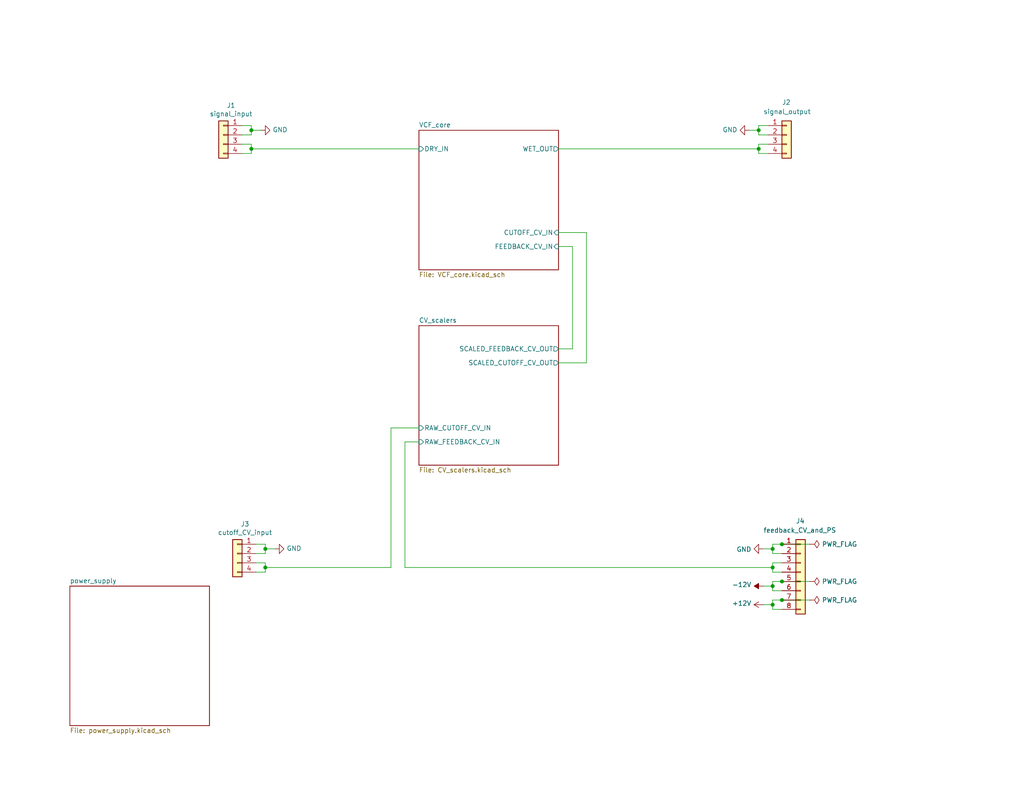
<source format=kicad_sch>
(kicad_sch (version 20211123) (generator eeschema)
  (paper "A")
  (title_block (title "SSI2140 LPF") (date "2022-05-28") (rev "0") (comment 1 "creativecommons.org/licenses/by/4.0/") (comment 2 "License: CC by 4.0") (comment 3 "Author: Jordan Aceto"))
  (lib_symbols
    (symbol "Connector_Generic:Conn_01x04" (pin_names (offset 1.016) hide)
      (property "Reference" "J" (at 0 5.08 0))
      (property "Value" "Conn_01x04" (at 0 -7.62 0))
      (symbol "Conn_01x04_1_1"
        (rectangle (start -1.27 -4.953) (end 0 -5.207) (stroke (width 0.1524)))
        (rectangle (start -1.27 -2.413) (end 0 -2.667) (stroke (width 0.1524)))
        (rectangle (start -1.27 0.127) (end 0 -0.127) (stroke (width 0.1524)))
        (rectangle (start -1.27 2.667) (end 0 2.413) (stroke (width 0.1524)))
        (rectangle (start -1.27 3.81) (end 1.27 -6.35) (stroke (width 0.254)) (fill (type background)))
        (pin passive line (at -5.08 2.54 0) (length 3.81) (name "Pin_1") (number "1"))
        (pin passive line (at -5.08 0 0) (length 3.81) (name "Pin_2") (number "2"))
        (pin passive line (at -5.08 -2.54 0) (length 3.81) (name "Pin_3") (number "3"))
        (pin passive line (at -5.08 -5.08 0) (length 3.81) (name "Pin_4") (number "4"))
      )
    )
    (symbol "Connector_Generic:Conn_01x08" (pin_names (offset 1.016) hide)
      (property "Reference" "J" (at 0 10.16 0))
      (property "Value" "Conn_01x08" (at 0 -12.7 0))
      (symbol "Conn_01x08_1_1"
        (rectangle (start -1.27 -10.033) (end 0 -10.287) (stroke (width 0.1524)))
        (rectangle (start -1.27 -7.493) (end 0 -7.747) (stroke (width 0.1524)))
        (rectangle (start -1.27 -4.953) (end 0 -5.207) (stroke (width 0.1524)))
        (rectangle (start -1.27 -2.413) (end 0 -2.667) (stroke (width 0.1524)))
        (rectangle (start -1.27 0.127) (end 0 -0.127) (stroke (width 0.1524)))
        (rectangle (start -1.27 2.667) (end 0 2.413) (stroke (width 0.1524)))
        (rectangle (start -1.27 5.207) (end 0 4.953) (stroke (width 0.1524)))
        (rectangle (start -1.27 7.747) (end 0 7.493) (stroke (width 0.1524)))
        (rectangle (start -1.27 8.89) (end 1.27 -11.43) (stroke (width 0.254)) (fill (type background)))
        (pin passive line (at -5.08 7.62 0) (length 3.81) (name "Pin_1") (number "1"))
        (pin passive line (at -5.08 5.08 0) (length 3.81) (name "Pin_2") (number "2"))
        (pin passive line (at -5.08 2.54 0) (length 3.81) (name "Pin_3") (number "3"))
        (pin passive line (at -5.08 0 0) (length 3.81) (name "Pin_4") (number "4"))
        (pin passive line (at -5.08 -2.54 0) (length 3.81) (name "Pin_5") (number "5"))
        (pin passive line (at -5.08 -5.08 0) (length 3.81) (name "Pin_6") (number "6"))
        (pin passive line (at -5.08 -7.62 0) (length 3.81) (name "Pin_7") (number "7"))
        (pin passive line (at -5.08 -10.16 0) (length 3.81) (name "Pin_8") (number "8"))
      )
    )
    (symbol "power:+12V" (power) (pin_names (offset 0))
      (property "Value" "+12V" (at 0 3.556 0))
      (symbol "+12V_0_1"
        (polyline (pts (xy -0.762 1.27) (xy 0 2.54)))
        (polyline (pts (xy 0 0) (xy 0 2.54)))
        (polyline (pts (xy 0 2.54) (xy 0.762 1.27)))
      )
      (symbol "+12V_1_1"
        (pin power_in line (at 0 0 90) (length 0) hide (name "+12V") (number "1"))
      )
    )
    (symbol "power:-12V" (power) (pin_names (offset 0))
      (property "Value" "-12V" (at 0 3.81 0))
      (symbol "-12V_0_0"
        (pin power_in line (at 0 0 90) (length 0) hide (name "-12V") (number "1"))
      )
      (symbol "-12V_0_1"
        (polyline (pts (xy 0 0) (xy 0 1.27) (xy 0.762 1.27) (xy 0 2.54) (xy -0.762 1.27) (xy 0 1.27)) (fill (type outline)))
      )
    )
    (symbol "power:GND" (power) (pin_names (offset 0))
      (property "Value" "GND" (at 0 -3.81 0))
      (symbol "GND_0_1"
        (polyline (pts (xy 0 0) (xy 0 -1.27) (xy 1.27 -1.27) (xy 0 -2.54) (xy -1.27 -1.27) (xy 0 -1.27)))
      )
      (symbol "GND_1_1"
        (pin power_in line (at 0 0 270) (length 0) hide (name "GND") (number "1"))
      )
    )
    (symbol "power:PWR_FLAG" (power) (pin_numbers hide) (pin_names (offset 0) hide)
      (property "Value" "PWR_FLAG" (at 0 3.81 0))
      (symbol "PWR_FLAG_0_0"
        (pin power_out line (at 0 0 90) (length 0) (name "pwr") (number "1"))
      )
      (symbol "PWR_FLAG_0_1"
        (polyline (pts (xy 0 0) (xy 0 1.27) (xy -1.016 1.905) (xy 0 2.54) (xy 1.016 1.905) (xy 0 1.27)))
      )
    )
  )
  (junction (at 213.36 148.59))
  (junction (at 72.39 149.86))
  (junction (at 210.82 165.1))
  (junction (at 68.58 40.64))
  (junction (at 210.82 149.86))
  (junction (at 210.82 160.02))
  (junction (at 213.36 158.75))
  (junction (at 213.36 163.83))
  (junction (at 207.01 40.64))
  (junction (at 72.39 154.94))
  (junction (at 207.01 35.56))
  (junction (at 210.82 154.94))
  (junction (at 68.58 35.56))
  (wire (pts (xy 208.28 149.86) (xy 210.82 149.86)))
  (wire (pts (xy 207.01 41.91) (xy 209.55 41.91)))
  (wire (pts (xy 72.39 154.94) (xy 106.68 154.94)))
  (wire (pts (xy 210.82 148.59) (xy 210.82 149.86)))
  (wire (pts (xy 66.04 34.29) (xy 68.58 34.29)))
  (wire (pts (xy 220.98 163.83) (xy 213.36 163.83)))
  (wire (pts (xy 156.21 95.25) (xy 152.4 95.25)))
  (wire (pts (xy 220.98 158.75) (xy 213.36 158.75)))
  (wire (pts (xy 156.21 95.25) (xy 156.21 67.31)))
  (wire (pts (xy 72.39 156.21) (xy 69.85 156.21)))
  (wire (pts (xy 210.82 166.37) (xy 213.36 166.37)))
  (wire (pts (xy 72.39 151.13) (xy 69.85 151.13)))
  (wire (pts (xy 210.82 158.75) (xy 210.82 160.02)))
  (wire (pts (xy 208.28 165.1) (xy 210.82 165.1)))
  (wire (pts (xy 69.85 153.67) (xy 72.39 153.67)))
  (wire (pts (xy 207.01 36.83) (xy 209.55 36.83)))
  (wire (pts (xy 213.36 153.67) (xy 210.82 153.67)))
  (wire (pts (xy 68.58 36.83) (xy 66.04 36.83)))
  (wire (pts (xy 68.58 39.37) (xy 68.58 40.64)))
  (wire (pts (xy 209.55 39.37) (xy 207.01 39.37)))
  (wire (pts (xy 152.4 99.06) (xy 160.02 99.06)))
  (wire (pts (xy 207.01 40.64) (xy 152.4 40.64)))
  (wire (pts (xy 210.82 151.13) (xy 213.36 151.13)))
  (wire (pts (xy 213.36 158.75) (xy 210.82 158.75)))
  (wire (pts (xy 106.68 154.94) (xy 106.68 116.84)))
  (wire (pts (xy 207.01 35.56) (xy 207.01 36.83)))
  (wire (pts (xy 160.02 63.5) (xy 152.4 63.5)))
  (wire (pts (xy 210.82 149.86) (xy 210.82 151.13)))
  (wire (pts (xy 207.01 40.64) (xy 207.01 41.91)))
  (wire (pts (xy 210.82 165.1) (xy 210.82 166.37)))
  (wire (pts (xy 210.82 156.21) (xy 213.36 156.21)))
  (wire (pts (xy 210.82 160.02) (xy 210.82 161.29)))
  (wire (pts (xy 204.47 35.56) (xy 207.01 35.56)))
  (wire (pts (xy 74.93 149.86) (xy 72.39 149.86)))
  (wire (pts (xy 72.39 154.94) (xy 72.39 156.21)))
  (wire (pts (xy 66.04 39.37) (xy 68.58 39.37)))
  (wire (pts (xy 106.68 116.84) (xy 114.3 116.84)))
  (wire (pts (xy 213.36 148.59) (xy 210.82 148.59)))
  (wire (pts (xy 207.01 39.37) (xy 207.01 40.64)))
  (wire (pts (xy 68.58 40.64) (xy 114.3 40.64)))
  (wire (pts (xy 160.02 63.5) (xy 160.02 99.06)))
  (wire (pts (xy 207.01 34.29) (xy 207.01 35.56)))
  (wire (pts (xy 213.36 163.83) (xy 210.82 163.83)))
  (wire (pts (xy 110.49 120.65) (xy 114.3 120.65)))
  (wire (pts (xy 72.39 148.59) (xy 72.39 149.86)))
  (wire (pts (xy 220.98 148.59) (xy 213.36 148.59)))
  (wire (pts (xy 69.85 148.59) (xy 72.39 148.59)))
  (wire (pts (xy 68.58 41.91) (xy 66.04 41.91)))
  (wire (pts (xy 208.28 160.02) (xy 210.82 160.02)))
  (wire (pts (xy 210.82 163.83) (xy 210.82 165.1)))
  (wire (pts (xy 110.49 154.94) (xy 110.49 120.65)))
  (wire (pts (xy 68.58 40.64) (xy 68.58 41.91)))
  (wire (pts (xy 68.58 35.56) (xy 68.58 36.83)))
  (wire (pts (xy 210.82 153.67) (xy 210.82 154.94)))
  (wire (pts (xy 210.82 154.94) (xy 210.82 156.21)))
  (wire (pts (xy 72.39 149.86) (xy 72.39 151.13)))
  (wire (pts (xy 209.55 34.29) (xy 207.01 34.29)))
  (wire (pts (xy 110.49 154.94) (xy 210.82 154.94)))
  (wire (pts (xy 68.58 34.29) (xy 68.58 35.56)))
  (wire (pts (xy 72.39 153.67) (xy 72.39 154.94)))
  (wire (pts (xy 156.21 67.31) (xy 152.4 67.31)))
  (wire (pts (xy 210.82 161.29) (xy 213.36 161.29)))
  (wire (pts (xy 71.12 35.56) (xy 68.58 35.56)))
  (symbol (lib_id "Connector_Generic:Conn_01x04") (at 60.96 36.83 0) (mirror y) (unit 1)
    (property "Reference" "J1" (at 63.0428 28.7782 0))
    (property "Value" "signal_input" (at 63.0428 31.0896 0))
    (property "Footprint" "Connector_PinHeader_2.54mm:PinHeader_1x04_P2.54mm_Vertical" (effects hide))
  )
  (symbol (lib_id "power:GND") (at 71.12 35.56 90) (unit 1)
    (property "Reference" "#PWR01" (effects hide))
    (property "Value" "GND" (at 74.3712 35.433 90) (effects (justify right)))
  )
  (symbol (lib_id "Connector_Generic:Conn_01x04") (at 64.77 151.13 0) (mirror y) (unit 1)
    (property "Reference" "J3" (at 66.8528 143.0782 0))
    (property "Value" "cutoff_CV_input" (at 66.8528 145.3896 0))
    (property "Footprint" "Connector_PinHeader_2.54mm:PinHeader_1x04_P2.54mm_Vertical" (effects hide))
  )
  (symbol (lib_id "power:GND") (at 74.93 149.86 90) (unit 1)
    (property "Reference" "#PWR03" (effects hide))
    (property "Value" "GND" (at 78.1812 149.733 90) (effects (justify right)))
  )
  (symbol (lib_id "Connector_Generic:Conn_01x04") (at 214.63 36.83 0) (unit 1)
    (property "Reference" "J2" (at 213.36 27.94 0) (effects (justify left)))
    (property "Value" "signal_output" (at 208.28 30.48 0) (effects (justify left)))
    (property "Footprint" "Connector_PinHeader_2.54mm:PinHeader_1x04_P2.54mm_Vertical" (effects hide))
  )
  (symbol (lib_id "power:GND") (at 204.47 35.56 270) (mirror x) (unit 1)
    (property "Reference" "#PWR02" (effects hide))
    (property "Value" "GND" (at 201.2188 35.433 90) (effects (justify right)))
  )
  (symbol (lib_id "Connector_Generic:Conn_01x08") (at 218.44 156.21 0) (unit 1)
    (property "Reference" "J4" (at 217.17 142.24 0) (effects (justify left)))
    (property "Value" "feedback_CV_and_PS" (at 208.28 144.78 0) (effects (justify left)))
    (property "Footprint" "Connector_PinHeader_2.54mm:PinHeader_1x08_P2.54mm_Vertical" (effects hide))
  )
  (symbol (lib_id "power:-12V") (at 208.28 160.02 90) (unit 1)
    (property "Reference" "#PWR05" (effects hide))
    (property "Value" "-12V" (at 205.0288 159.639 90) (effects (justify left)))
  )
  (symbol (lib_id "power:+12V") (at 208.28 165.1 90) (unit 1)
    (property "Reference" "#PWR06" (effects hide))
    (property "Value" "+12V" (at 205.0288 164.719 90) (effects (justify left)))
  )
  (symbol (lib_id "power:GND") (at 208.28 149.86 270) (unit 1)
    (property "Reference" "#PWR04" (effects hide))
    (property "Value" "GND" (at 205.0288 149.987 90) (effects (justify right)))
  )
  (symbol (lib_id "power:PWR_FLAG") (at 220.98 148.59 270) (unit 1)
    (property "Reference" "#FLG01" (effects hide))
    (property "Value" "PWR_FLAG" (at 224.2312 148.59 90) (effects (justify left)))
  )
  (symbol (lib_id "power:PWR_FLAG") (at 220.98 158.75 270) (unit 1)
    (property "Reference" "#FLG02" (effects hide))
    (property "Value" "PWR_FLAG" (at 224.2312 158.75 90) (effects (justify left)))
  )
  (symbol (lib_id "power:PWR_FLAG") (at 220.98 163.83 270) (unit 1)
    (property "Reference" "#FLG03" (effects hide))
    (property "Value" "PWR_FLAG" (at 224.2312 163.83 90) (effects (justify left)))
  )
  (sheet (at 114.3 35.56) (size 38.1 38.1) (stroke (width 0.1524))
    (property "Sheet name" "VCF_core" (at 114.3 34.8484 0) (effects (justify left bottom)))
    (property "Sheet file" "VCF_core.kicad_sch" (at 114.3 74.2446 0) (effects (justify left top)))
    (pin "WET_OUT" output (at 152.4 40.64 0))
    (pin "DRY_IN" input (at 114.3 40.64 180))
    (pin "FEEDBACK_CV_IN" input (at 152.4 67.31 0))
    (pin "CUTOFF_CV_IN" input (at 152.4 63.5 0))
  )
  (sheet (at 114.3 88.9) (size 38.1 38.1) (stroke (width 0.1524))
    (property "Sheet name" "CV_scalers" (at 114.3 88.1884 0) (effects (justify left bottom)))
    (property "Sheet file" "CV_scalers.kicad_sch" (at 114.3 127.5846 0) (effects (justify left top)))
    (pin "RAW_CUTOFF_CV_IN" input (at 114.3 116.84 180))
    (pin "RAW_FEEDBACK_CV_IN" input (at 114.3 120.65 180))
    (pin "SCALED_CUTOFF_CV_OUT" output (at 152.4 99.06 0))
    (pin "SCALED_FEEDBACK_CV_OUT" output (at 152.4 95.25 0))
  )
  (sheet (at 19.05 160.02) (size 38.1 38.1) (stroke (width 0.1524))
    (property "Sheet name" "power_supply" (at 19.05 159.3084 0) (effects (justify left bottom)))
    (property "Sheet file" "power_supply.kicad_sch" (at 19.05 198.7046 0) (effects (justify left top)))
  )
)
</source>
